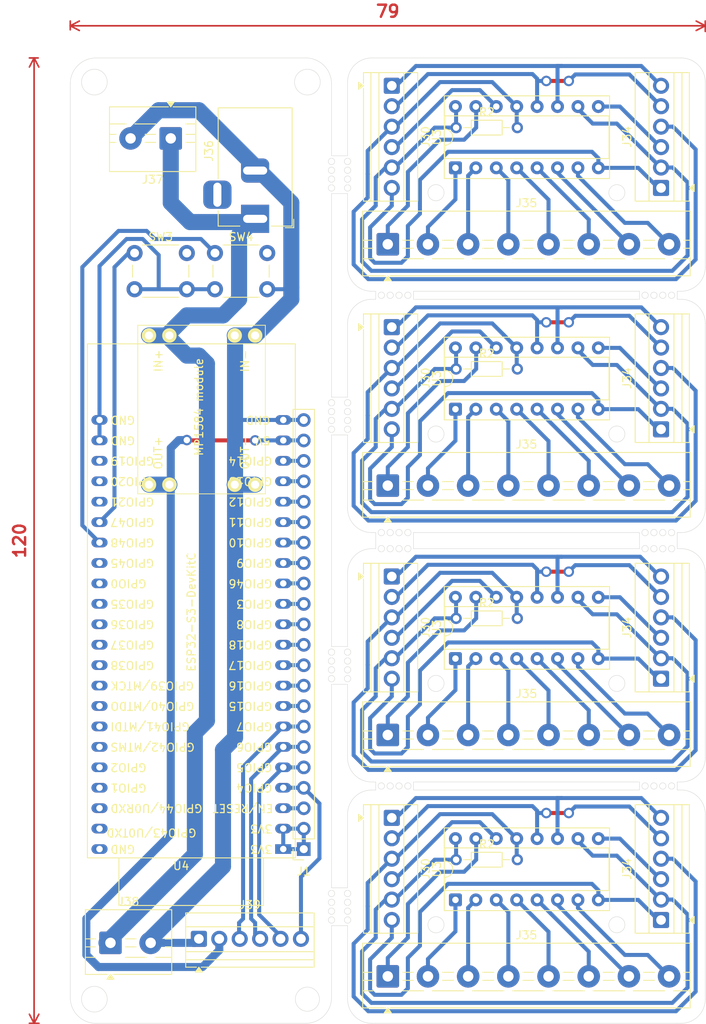
<source format=kicad_pcb>
(kicad_pcb (version 20241229) (generator "pcbnew") (generator_version "9.0")
  (layers (0 "F.Cu" signal) (2 "B.Cu" signal) (13 "F.Paste" user) (15 "B.Paste" user) (5 "F.SilkS" user "F.Silkscreen") (7 "B.SilkS" user "B.Silkscreen") (1 "F.Mask" user) (3 "B.Mask" user) (25 "Edge.Cuts" user))
  (net 0 "")
  (net 1 "+3V3")
  (net 2 "GND")
  (net 3 "+5V")
  (net 4 "+12V")
  (net 5 "/Shift Register/CLOCK")
  (net 6 "/Shift Register/LATCH")
  (net 7 "/Shift Register/OUT_EN")
  (net 8 "/Shift Register/DATA_IN")
  (net 9 "/Shift Register/DATA_OUT")
  (net 10 "Net-(J35-Pin_7)")
  (net 11 "Net-(J35-Pin_1)")
  (net 12 "Net-(J35-Pin_3)")
  (net 13 "Net-(J35-Pin_2)")
  (net 14 "Net-(J35-Pin_6)")
  (net 15 "Net-(J35-Pin_8)")
  (net 16 "Net-(J35-Pin_4)")
  (net 17 "Net-(J35-Pin_5)")
  (net 18 "/ESP32-S3/CLOCK")
  (net 19 "/ESP32-S3/DATA")
  (net 20 "/ESP32-S3/OUT_EN")
  (net 21 "/ESP32-S3/LATCH")
  (net 22 "Net-(U4-GPIO47)")
  (net 23 "Net-(U4-GPIO48)")
  (net 28 "/ESP32-S3/11")
  (net 30 "/ESP32-S3/19")
  (net 31 "/ESP32-S3/9")
  (net 32 "/ESP32-S3/15")
  (net 33 "/ESP32-S3/17")
  (net 35 "/ESP32-S3/10")
  (net 37 "/ESP32-S3/20")
  (net 38 "/ESP32-S3/18")
  (net 40 "/ESP32-S3/16")
  (net 42 "/ESP32-S3/12")
  (net 44 "/ESP32-S3/8")
  (net 45 "/ESP32-S3/3")
  (net 50 "/ESP32-S3/14")
  (net 51 "/ESP32-S3/13")
  (footprint "TerminalBlock:TerminalBlock_Xinya_XY308-2.54-6P_1x06_P2.54mm_Horizontal" (layer "F.Cu") (at 103 139.16 90)
    (property "Reference" "J34")
    (property "Value" "Terminal_Output")
  )
  (footprint "mp1584:MP1584-Module_B22.1x16.8mm" (layer "F.Cu") (at 52.5 66.5 -90)
    (property "Reference" "U5" (hide yes))
    (property "Value" "MP1584" (hide yes))
  )
  (footprint "PCM_Espressif:ESP32-S3-DevKitC" (layer "F.Cu") (at 55.99632 130.33728 180)
    (property "Reference" "U4")
    (property "Value" "ESP32-S3-DevKitC")
  )
  (footprint "TerminalBlock:TerminalBlock_MaiXu_MX126-5.0-08P_1x08_P5.00mm" (layer "F.Cu") (at 69 85.16)
    (property "Reference" "J35")
    (property "Value" "Terminal_to_Relays")
  )
  (footprint "TerminalBlock:TerminalBlock_MaiXu_MX126-5.0-02P_1x02_P5.00mm" (layer "F.Cu") (at 34.5 142)
    (property "Reference" "J38")
    (property "Value" "Screw_Terminal_01x02")
  )
  (footprint "Resistor_THT:R_Axial_DIN0204_L3.6mm_D1.6mm_P7.62mm_Horizontal" (layer "F.Cu") (at 77.5 40.66)
    (property "Reference" "R2")
    (property "Value" "1k")
  )
  (footprint "TerminalBlock:TerminalBlock_MaiXu_MX126-5.0-08P_1x08_P5.00mm" (layer "F.Cu") (at 69 55.16)
    (property "Reference" "J35")
    (property "Value" "Terminal_to_Relays")
  )
  (footprint "TerminalBlock:TerminalBlock_Xinya_XY308-2.54-6P_1x06_P2.54mm_Horizontal" (layer "F.Cu") (at 45.5 141.5)
    (property "Reference" "J39")
    (property "Value" "Terminal_Output")
  )
  (footprint "Button_Switch_THT:SW_PUSH_6mm" (layer "F.Cu") (at 37.5 56.25)
    (property "Reference" "SW3")
    (property "Value" "SW_Push")
  )
  (footprint "TerminalBlock:TerminalBlock_Xinya_XY308-2.54-6P_1x06_P2.54mm_Horizontal" (layer "F.Cu") (at 69.5 126.46 -90)
    (property "Reference" "J30")
    (property "Value" "Terminal_Input")
  )
  (footprint "TerminalBlock:TerminalBlock_MaiXu_MX126-5.0-08P_1x08_P5.00mm" (layer "F.Cu") (at 69 116.16)
    (property "Reference" "J35")
    (property "Value" "Terminal_to_Relays")
  )
  (footprint "Button_Switch_THT:SW_PUSH_6mm" (layer "F.Cu") (at 47.5 56.25)
    (property "Reference" "SW4")
    (property "Value" "SW_Push")
  )
  (footprint "TerminalBlock:TerminalBlock_Xinya_XY308-2.54-6P_1x06_P2.54mm_Horizontal" (layer "F.Cu") (at 69.5 65.46 -90)
    (property "Reference" "J30")
    (property "Value" "Terminal_Input")
  )
  (footprint "TerminalBlock:TerminalBlock_MaiXu_MX126-5.0-08P_1x08_P5.00mm" (layer "F.Cu") (at 69 146.16)
    (property "Reference" "J35")
    (property "Value" "Terminal_to_Relays")
  )
  (footprint "Package_DIP:DIP-16_W7.62mm_Socket" (layer "F.Cu") (at 77.42 136.66 90)
    (property "Reference" "U3")
    (property "Value" "74HC595")
  )
  (footprint "TerminalBlock:TerminalBlock_Xinya_XY308-2.54-6P_1x06_P2.54mm_Horizontal" (layer "F.Cu") (at 69.5 35.46 -90)
    (property "Reference" "J30")
    (property "Value" "Terminal_Input")
  )
  (footprint "Resistor_THT:R_Axial_DIN0204_L3.6mm_D1.6mm_P7.62mm_Horizontal" (layer "F.Cu") (at 77.5 101.66)
    (property "Reference" "R2")
    (property "Value" "1k")
  )
  (footprint "Package_DIP:DIP-16_W7.62mm_Socket" (layer "F.Cu") (at 77.42 106.66 90)
    (property "Reference" "U3")
    (property "Value" "74HC595")
  )
  (footprint "Connector_PinSocket_2.54mm:PinSocket_1x22_P2.54mm_Vertical" (layer "F.Cu") (at 58.55 130.35 180)
    (property "Reference" "J1")
    (property "Value" "Conn_01x22_Pin" (hide yes))
  )
  (footprint "TerminalBlock:TerminalBlock_Xinya_XY308-2.54-6P_1x06_P2.54mm_Horizontal" (layer "F.Cu") (at 103 109.16 90)
    (property "Reference" "J34")
    (property "Value" "Terminal_Output")
  )
  (footprint "TerminalBlock:TerminalBlock_MaiXu_MX126-5.0-02P_1x02_P5.00mm" (layer "F.Cu") (at 42 42 180)
    (property "Reference" "J37")
    (property "Value" "Screw_Terminal_01x02")
  )
  (footprint "Resistor_THT:R_Axial_DIN0204_L3.6mm_D1.6mm_P7.62mm_Horizontal" (layer "F.Cu") (at 77.5 70.66)
    (property "Reference" "R2")
    (property "Value" "1k")
  )
  (footprint "Resistor_THT:R_Axial_DIN0204_L3.6mm_D1.6mm_P7.62mm_Horizontal" (layer "F.Cu") (at 77.5 131.66)
    (property "Reference" "R2")
    (property "Value" "1k")
  )
  (footprint "Connector_BarrelJack:BarrelJack_Horizontal" (layer "F.Cu") (at 52.5 52 -90)
    (property "Reference" "J36")
    (property "Value" "Barrel_Jack_MountingPin")
  )
  (footprint "TerminalBlock:TerminalBlock_Xinya_XY308-2.54-6P_1x06_P2.54mm_Horizontal" (layer "F.Cu") (at 103 48.16 90)
    (property "Reference" "J34")
    (property "Value" "Terminal_Output")
  )
  (footprint "TerminalBlock:TerminalBlock_Xinya_XY308-2.54-6P_1x06_P2.54mm_Horizontal" (layer "F.Cu") (at 103 78.16 90)
    (property "Reference" "J34")
    (property "Value" "Terminal_Output")
  )
  (footprint "TerminalBlock:TerminalBlock_Xinya_XY308-2.54-6P_1x06_P2.54mm_Horizontal" (layer "F.Cu") (at 69.5 96.46 -90)
    (property "Reference" "J30")
    (property "Value" "Terminal_Input")
  )
  (footprint "Package_DIP:DIP-16_W7.62mm_Socket" (layer "F.Cu") (at 77.42 45.66 90)
    (property "Reference" "U3")
    (property "Value" "74HC595")
  )
  (footprint "Package_DIP:DIP-16_W7.62mm_Socket" (layer "F.Cu") (at 77.42 75.66 90)
    (property "Reference" "U3")
    (property "Value" "74HC595")
  )
  (gr_circle (center 64 74.86) (end 64 74.46) (stroke (width 0.05)) (fill no) (layer "Edge.Cuts"))
  (gr_circle (center 62 139.16) (end 62 138.76) (stroke (width 0.05)) (fill no) (layer "Edge.Cuts"))
  (gr_arc (start 105.5 123) (mid 107.62132 123.87868) (end 108.5 126) (stroke (width 0.05)) (layer "Edge.Cuts"))
  (gr_circle (center 64 47.06) (end 64 46.66) (stroke (width 0.05)) (fill no) (layer "Edge.Cuts"))
  (gr_arc (start 108.5 88) (mid 107.62132 90.12132) (end 105.5 91) (stroke (width 0.05)) (layer "Edge.Cuts"))
  (gr_arc (start 32.7 152) (mid 30.437258 151.062742) (end 29.5 148.8) (stroke (width 0.05)) (layer "Edge.Cuts"))
  (gr_circle (center 64 78.16) (end 64 77.76) (stroke (width 0.05)) (fill no) (layer "Edge.Cuts"))
  (gr_line (start 64 88) (end 64 78.86) (stroke (width 0.05)) (layer "Edge.Cuts"))
  (gr_line (start 105.009902 122) (end 105.009902 123) (stroke (width 0.05)) (layer "Edge.Cuts"))
  (gr_line (start 67.5 62) (end 67 62) (stroke (width 0.05)) (layer "Edge.Cuts"))
  (gr_line (start 72.2 93) (end 72.2 91) (stroke (width 0.05)) (layer "Edge.Cuts"))
  (gr_line (start 105.009902 152) (end 67.5 152) (stroke (width 0.05)) (layer "Edge.Cuts"))
  (gr_circle (center 64 138.06) (end 64 137.66) (stroke (width 0.05)) (fill no) (layer "Edge.Cuts"))
  (gr_line (start 105.5 122) (end 105.009902 122) (stroke (width 0.05)) (layer "Edge.Cuts"))
  (gr_line (start 67.5 152) (end 67 152) (stroke (width 0.05)) (layer "Edge.Cuts"))
  (gr_circle (center 75 109.75) (end 74 109.850781) (stroke (width 0.05)) (fill no) (layer "Edge.Cuts"))
  (gr_circle (center 103.209902 91) (end 102.809902 91) (stroke (width 0.05)) (fill no) (layer "Edge.Cuts"))
  (gr_arc (start 64 65) (mid 64.87868 62.87868) (end 67 62) (stroke (width 0.05)) (layer "Edge.Cuts"))
  (gr_line (start 100.309902 91) (end 72.2 91) (stroke (width 0.05)) (layer "Edge.Cuts"))
  (gr_line (start 62 44.16) (end 64 44.16) (stroke (width 0.05)) (layer "Edge.Cuts"))
  (gr_line (start 100.309902 61) (end 100.309902 62) (stroke (width 0.05)) (layer "Edge.Cuts"))
  (gr_line (start 108.5 65) (end 108.5 88) (stroke (width 0.05)) (layer "Edge.Cuts"))
  (gr_line (start 100.309902 122) (end 100.309902 123) (stroke (width 0.05)) (layer "Edge.Cuts"))
  (gr_circle (center 62 78.16) (end 62 77.76) (stroke (width 0.05)) (fill no) (layer "Edge.Cuts"))
  (gr_arc (start 62 148.8) (mid 61.062742 151.062742) (end 58.8 152) (stroke (width 0.05)) (layer "Edge.Cuts"))
  (gr_line (start 67.5 93) (end 67.5 91) (stroke (width 0.05)) (layer "Edge.Cuts"))
  (gr_line (start 105.009902 61) (end 105.009902 62) (stroke (width 0.05)) (layer "Edge.Cuts"))
  (gr_line (start 100.309902 122) (end 72.2 122) (stroke (width 0.05)) (layer "Edge.Cuts"))
  (gr_circle (center 102.109902 93) (end 101.709902 93) (stroke (width 0.05)) (fill no) (layer "Edge.Cuts"))
  (gr_circle (center 71.5 91) (end 71.1 91) (stroke (width 0.05)) (fill no) (layer "Edge.Cuts"))
  (gr_circle (center 32.5 149) (end 32.5 147.4) (stroke (width 0.05)) (fill no) (layer "Edge.Cuts"))
  (gr_circle (center 64 45.96) (end 64 45.56) (stroke (width 0.05)) (fill no) (layer "Edge.Cuts"))
  (gr_line (start 105.009902 93) (end 105.009902 91) (stroke (width 0.05)) (layer "Edge.Cuts"))
  (gr_line (start 62 78.86) (end 64 78.86) (stroke (width 0.05)) (layer "Edge.Cuts"))
  (gr_circle (center 101.009902 91) (end 100.609902 91) (stroke (width 0.05)) (fill no) (layer "Edge.Cuts"))
  (gr_circle (center 70.4 93) (end 70 93) (stroke (width 0.05)) (fill no) (layer "Edge.Cuts"))
  (gr_circle (center 70.4 61.5) (end 70.8 61.5) (stroke (width 0.05)) (fill no) (layer "Edge.Cuts"))
  (gr_line (start 62 139.86) (end 62 148.8) (stroke (width 0.05)) (layer "Edge.Cuts"))
  (gr_circle (center 102.109902 61.5) (end 102.509902 61.5) (stroke (width 0.05)) (fill no) (layer "Edge.Cuts"))
  (gr_circle (center 62 106.96) (end 62 106.56) (stroke (width 0.05)) (fill no) (layer "Edge.Cuts"))
  (gr_line (start 67 32) (end 105.5 32) (stroke (width 0.05)) (layer "Edge.Cuts"))
  (gr_circle (center 101.009902 93) (end 100.609902 93) (stroke (width 0.05)) (fill no) (layer "Edge.Cuts"))
  (gr_line (start 72.2 122) (end 72.2 123) (stroke (width 0.05)) (layer "Edge.Cuts"))
  (gr_line (start 62 105.16) (end 62 78.86) (stroke (width 0.05)) (layer "Edge.Cuts"))
  (gr_line (start 67.5 61) (end 67.5 62) (stroke (width 0.05)) (layer "Edge.Cuts"))
  (gr_circle (center 103.209902 122.5) (end 103.609902 122.5) (stroke (width 0.05)) (fill no) (layer "Edge.Cuts"))
  (gr_circle (center 104.309902 91) (end 103.909902 91) (stroke (width 0.05)) (fill no) (layer "Edge.Cuts"))
  (gr_circle (center 102.109902 91) (end 101.709902 91) (stroke (width 0.05)) (fill no) (layer "Edge.Cuts"))
  (gr_circle (center 59 149) (end 59 147.5) (stroke (width 0.05)) (fill no) (layer "Edge.Cuts"))
  (gr_line (start 67.5 61) (end 67 61) (stroke (width 0.05)) (layer "Edge.Cuts"))
  (gr_circle (center 64 75.96) (end 64 75.56) (stroke (width 0.05)) (fill no) (layer "Edge.Cuts"))
  (gr_arc (start 29.5 35.2) (mid 30.437258 32.937258) (end 32.7 32) (stroke (width 0.05)) (layer "Edge.Cuts"))
  (gr_circle (center 62 74.86) (end 62 74.46) (stroke (width 0.05)) (fill no) (layer "Edge.Cuts"))
  (gr_circle (center 104.309902 122.5) (end 104.709902 122.5) (stroke (width 0.05)) (fill no) (layer "Edge.Cuts"))
  (gr_line (start 64 149) (end 64 139.86) (stroke (width 0.05)) (layer "Edge.Cuts"))
  (gr_line (start 72.2 62) (end 100.309902 62) (stroke (width 0.05)) (layer "Edge.Cuts"))
  (gr_line (start 62 109.86) (end 64 109.86) (stroke (width 0.05)) (layer "Edge.Cuts"))
  (gr_circle (center 64 139.16) (end 64 138.76) (stroke (width 0.05)) (fill no) (layer "Edge.Cuts"))
  (gr_line (start 105.5 91) (end 105.009902 91) (stroke (width 0.05)) (layer "Edge.Cuts"))
  (gr_circle (center 62 108.06) (end 62 107.66) (stroke (width 0.05)) (fill no) (layer "Edge.Cuts"))
  (gr_line (start 105.5 152) (end 105.009902 152) (stroke (width 0.05)) (layer "Edge.Cuts"))
  (gr_line (start 62 109.86) (end 62 135.16) (stroke (width 0.05)) (layer "Edge.Cuts"))
  (gr_circle (center 64 136.96) (end 64 136.56) (stroke (width 0.05)) (fill no) (layer "Edge.Cuts"))
  (gr_line (start 64 119) (end 64 109.86) (stroke (width 0.05)) (layer "Edge.Cuts"))
  (gr_line (start 62 48.86) (end 64 48.86) (stroke (width 0.05)) (layer "Edge.Cuts"))
  (gr_circle (center 71.5 61.5) (end 71.9 61.5) (stroke (width 0.05)) (fill no) (layer "Edge.Cuts"))
  (gr_circle (center 62 45.96) (end 62 45.56) (stroke (width 0.05)) (fill no) (layer "Edge.Cuts"))
  (gr_circle (center 68.2 61.5) (end 68.6 61.5) (stroke (width 0.05)) (fill no) (layer "Edge.Cuts"))
  (gr_arc (start 108.5 119) (mid 107.62132 121.12132) (end 105.5 122) (stroke (width 0.05)) (layer "Edge.Cuts"))
  (gr_line (start 32.7 32) (end 58.8 32) (stroke (width 0.05)) (layer "Edge.Cuts"))
  (gr_arc (start 108.5 149) (mid 107.62132 151.12132) (end 105.5 152) (stroke (width 0.05)) (layer "Edge.Cuts"))
  (gr_circle (center 69.3 91) (end 68.9 91) (stroke (width 0.05)) (fill no) (layer "Edge.Cuts"))
  (gr_line (start 67.5 93) (end 67 93) (stroke (width 0.05)) (layer "Edge.Cuts"))
  (gr_circle (center 71.5 93) (end 71.1 93) (stroke (width 0.05)) (fill no) (layer "Edge.Cuts"))
  (gr_line (start 64 96) (end 64 105.16) (stroke (width 0.05)) (layer "Edge.Cuts"))
  (gr_circle (center 97.5 139.75) (end 96.5 139.75) (stroke (width 0.05)) (fill no) (layer "Edge.Cuts"))
  (gr_circle (center 68.2 91) (end 67.8 91) (stroke (width 0.05)) (fill no) (layer "Edge.Cuts"))
  (gr_circle (center 68.2 122.5) (end 68.6 122.5) (stroke (width 0.05)) (fill no) (layer "Edge.Cuts"))
  (gr_arc (start 64 96) (mid 64.87868 93.87868) (end 67 93) (stroke (width 0.05)) (layer "Edge.Cuts"))
  (gr_arc (start 64 126) (mid 64.87868 123.87868) (end 67 123) (stroke (width 0.05)) (layer "Edge.Cuts"))
  (gr_arc (start 105.5 93) (mid 107.62132 93.87868) (end 108.5 96) (stroke (width 0.05)) (layer "Edge.Cuts"))
  (gr_line (start 62 44.16) (end 62 35.2) (stroke (width 0.05)) (layer "Edge.Cuts"))
  (gr_circle (center 59 35) (end 59 33.4) (stroke (width 0.05)) (fill no) (layer "Edge.Cuts"))
  (gr_circle (center 64 48.16) (end 64 47.76) (stroke (width 0.05)) (fill no) (layer "Edge.Cuts"))
  (gr_circle (center 64 135.86) (end 64 135.46) (stroke (width 0.05)) (fill no) (layer "Edge.Cuts"))
  (gr_line (start 72.2 93) (end 100.309902 93) (stroke (width 0.05)) (layer "Edge.Cuts"))
  (gr_line (start 72.2 61) (end 72.2 62) (stroke (width 0.05)) (layer "Edge.Cuts"))
  (gr_circle (center 62 109.16) (end 62 108.76) (stroke (width 0.05)) (fill no) (layer "Edge.Cuts"))
  (gr_circle (center 62 75.96) (end 62 75.56) (stroke (width 0.05)) (fill no) (layer "Edge.Cuts"))
  (gr_line (start 105.5 61) (end 105.009902 61) (stroke (width 0.05)) (layer "Edge.Cuts"))
  (gr_line (start 72.2 123) (end 100.309902 123) (stroke (width 0.05)) (layer "Edge.Cuts"))
  (gr_line (start 105.5 123) (end 105.009902 123) (stroke (width 0.05)) (layer "Edge.Cuts"))
  (gr_arc (start 67 122) (mid 64.87868 121.12132) (end 64 119) (stroke (width 0.05)) (layer "Edge.Cuts"))
  (gr_circle (center 102.109902 122.5) (end 102.509902 122.5) (stroke (width 0.05)) (fill no) (layer "Edge.Cuts"))
  (gr_line (start 108.5 96) (end 108.5 119) (stroke (width 0.05)) (layer "Edge.Cuts"))
  (gr_circle (center 62 136.96) (end 62 136.56) (stroke (width 0.05)) (fill no) (layer "Edge.Cuts"))
  (gr_circle (center 71.5 122.5) (end 71.9 122.5) (stroke (width 0.05)) (fill no) (layer "Edge.Cuts"))
  (gr_circle (center 101.009902 122.5) (end 101.409902 122.5) (stroke (width 0.05)) (fill no) (layer "Edge.Cuts"))
  (gr_line (start 100.309902 61) (end 72.2 61) (stroke (width 0.05)) (layer "Edge.Cuts"))
  (gr_circle (center 75 48.75) (end 74 48.850781) (stroke (width 0.05)) (fill no) (layer "Edge.Cuts"))
  (gr_line (start 67.5 122) (end 67 122) (stroke (width 0.05)) (layer "Edge.Cuts"))
  (gr_line (start 67.5 91) (end 67 91) (stroke (width 0.05)) (layer "Edge.Cuts"))
  (gr_circle (center 97.5 78.75) (end 96.5 78.75) (stroke (width 0.05)) (fill no) (layer "Edge.Cuts"))
  (gr_arc (start 64 35) (mid 64.87868 32.87868) (end 67 32) (stroke (width 0.05)) (layer "Edge.Cuts"))
  (gr_circle (center 68.2 93) (end 67.8 93) (stroke (width 0.05)) (fill no) (layer "Edge.Cuts"))
  (gr_circle (center 69.3 122.5) (end 69.7 122.5) (stroke (width 0.05)) (fill no) (layer "Edge.Cuts"))
  (gr_circle (center 75 139.75) (end 74 139.850781) (stroke (width 0.05)) (fill no) (layer "Edge.Cuts"))
  (gr_circle (center 62 47.06) (end 62 46.66) (stroke (width 0.05)) (fill no) (layer "Edge.Cuts"))
  (gr_arc (start 67 61) (mid 64.87868 60.12132) (end 64 58) (stroke (width 0.05)) (layer "Edge.Cuts"))
  (gr_line (start 29.5 148.8) (end 29.5 35.2) (stroke (width 0.05)) (layer "Edge.Cuts"))
  (gr_line (start 105.5 93) (end 105.009902 93) (stroke (width 0.05)) (layer "Edge.Cuts"))
  (gr_circle (center 103.209902 61.5) (end 103.609902 61.5) (stroke (width 0.05)) (fill no) (layer "Edge.Cuts"))
  (gr_circle (center 64 44.86) (end 64 44.46) (stroke (width 0.05)) (fill no) (layer "Edge.Cuts"))
  (gr_arc (start 67 91) (mid 64.87868 90.12132) (end 64 88) (stroke (width 0.05)) (layer "Edge.Cuts"))
  (gr_line (start 62 105.16) (end 64 105.16) (stroke (width 0.05)) (layer "Edge.Cuts"))
  (gr_line (start 64 65) (end 64 74.16) (stroke (width 0.05)) (layer "Edge.Cuts"))
  (gr_line (start 108.5 126) (end 108.5 149) (stroke (width 0.05)) (layer "Edge.Cuts"))
  (gr_line (start 67.5 123) (end 67 123) (stroke (width 0.05)) (layer "Edge.Cuts"))
  (gr_circle (center 62 44.86) (end 62 44.46) (stroke (width 0.05)) (fill no) (layer "Edge.Cuts"))
  (gr_line (start 62 74.16) (end 62 48.86) (stroke (width 0.05)) (layer "Edge.Cuts"))
  (gr_circle (center 62 138.06) (end 62 137.66) (stroke (width 0.05)) (fill no) (layer "Edge.Cuts"))
  (gr_circle (center 62 135.86) (end 62 135.46) (stroke (width 0.05)) (fill no) (layer "Edge.Cuts"))
  (gr_circle (center 70.4 122.5) (end 70.8 122.5) (stroke (width 0.05)) (fill no) (layer "Edge.Cuts"))
  (gr_arc (start 58.8 32) (mid 61.062742 32.937258) (end 62 35.2) (stroke (width 0.05)) (layer "Edge.Cuts"))
  (gr_circle (center 62 48.16) (end 62 47.76) (stroke (width 0.05)) (fill no) (layer "Edge.Cuts"))
  (gr_circle (center 69.3 93) (end 68.9 93) (stroke (width 0.05)) (fill no) (layer "Edge.Cuts"))
  (gr_line (start 62 139.86) (end 64 139.86) (stroke (width 0.05)) (layer "Edge.Cuts"))
  (gr_circle (center 62 77.06) (end 62 76.66) (stroke (width 0.05)) (fill no) (layer "Edge.Cuts"))
  (gr_circle (center 97.5 48.75) (end 96.5 48.75) (stroke (width 0.05)) (fill no) (layer "Edge.Cuts"))
  (gr_arc (start 67 152) (mid 64.87868 151.12132) (end 64 149) (stroke (width 0.05)) (layer "Edge.Cuts"))
  (gr_line (start 62 74.16) (end 64 74.16) (stroke (width 0.05)) (layer "Edge.Cuts"))
  (gr_circle (center 97.5 109.75) (end 96.5 109.75) (stroke (width 0.05)) (fill no) (layer "Edge.Cuts"))
  (gr_arc (start 105.5 62) (mid 107.62132 62.87868) (end 108.5 65) (stroke (width 0.05)) (layer "Edge.Cuts"))
  (gr_line (start 108.5 35) (end 108.5 58) (stroke (width 0.05)) (layer "Edge.Cuts"))
  (gr_line (start 64 35) (end 64 44.16) (stroke (width 0.05)) (layer "Edge.Cuts"))
  (gr_circle (center 101.009902 61.5) (end 101.409902 61.5) (stroke (width 0.05)) (fill no) (layer "Edge.Cuts"))
  (gr_line (start 67.5 122) (end 67.5 123) (stroke (width 0.05)) (layer "Edge.Cuts"))
  (gr_circle (center 32.5 35) (end 32.5 33.4) (stroke (width 0.05)) (fill no) (layer "Edge.Cuts"))
  (gr_circle (center 64 105.86) (end 64 105.46) (stroke (width 0.05)) (fill no) (layer "Edge.Cuts"))
  (gr_arc (start 105.5 32) (mid 107.62132 32.87868) (end 108.5 35) (stroke (width 0.05)) (layer "Edge.Cuts"))
  (gr_line (start 58.8 152) (end 32.7 152) (stroke (width 0.05)) (layer "Edge.Cuts"))
  (gr_circle (center 64 109.16) (end 64 108.76) (stroke (width 0.05)) (fill no) (layer "Edge.Cuts"))
  (gr_circle (center 104.309902 61.5) (end 104.709902 61.5) (stroke (width 0.05)) (fill no) (layer "Edge.Cuts"))
  (gr_circle (center 62 105.86) (end 62 105.46) (stroke (width 0.05)) (fill no) (layer "Edge.Cuts"))
  (gr_arc (start 108.5 58) (mid 107.62132 60.12132) (end 105.5 61) (stroke (width 0.05)) (layer "Edge.Cuts"))
  (gr_line (start 62 135.16) (end 64 135.16) (stroke (width 0.05)) (layer "Edge.Cuts"))
  (gr_circle (center 64 77.06) (end 64 76.66) (stroke (width 0.05)) (fill no) (layer "Edge.Cuts"))
  (gr_circle (center 75 78.75) (end 74 78.850781) (stroke (width 0.05)) (fill no) (layer "Edge.Cuts"))
  (gr_line (start 64 126) (end 64 135.16) (stroke (width 0.05)) (layer "Edge.Cuts"))
  (gr_circle (center 103.209902 93) (end 102.809902 93) (stroke (width 0.05)) (fill no) (layer "Edge.Cuts"))
  (gr_circle (center 70.4 91) (end 70 91) (stroke (width 0.05)) (fill no) (layer "Edge.Cuts"))
  (gr_line (start 105.5 62) (end 105.009902 62) (stroke (width 0.05)) (layer "Edge.Cuts"))
  (gr_circle (center 64 108.06) (end 64 107.66) (stroke (width 0.05)) (fill no) (layer "Edge.Cuts"))
  (gr_line (start 100.309902 93) (end 100.309902 91) (stroke (width 0.05)) (layer "Edge.Cuts"))
  (gr_circle (center 69.3 61.5) (end 69.7 61.5) (stroke (width 0.05)) (fill no) (layer "Edge.Cuts"))
  (gr_circle (center 104.309902 93) (end 103.909902 93) (stroke (width 0.05)) (fill no) (layer "Edge.Cuts"))
  (gr_circle (center 64 106.96) (end 64 106.56) (stroke (width 0.05)) (fill no) (layer "Edge.Cuts"))
  (gr_line (start 64 58) (end 64 48.86) (stroke (width 0.05)) (layer "Edge.Cuts"))
  (dimension (type orthogonal) (layer "F.Cu") (pts (xy 29.5 29) (xy 108.5 29.2)) (height -1) (orientation 0) (format (prefix "") (suffix "") (units 3) (units_format 0) (precision 4) (suppress_zeroes yes)) (style (thickness 0.2) (arrow_length 1.27) (text_position_mode 0) (arrow_direction outward) (extension_height 0.58642) (extension_offset 0.5) (keep_text_aligned yes)) (gr_text "79" (at 69 26.2 0) (layer "F.Cu") (effects (font (size 1.5 1.5) (thickness 0.3)))))
  (dimension (type orthogonal) (layer "F.Cu") (pts (xy 26 32) (xy 26.1 152)) (height -1) (orientation 1) (format (prefix "") (suffix "") (units 3) (units_format 0) (precision 4) (suppress_zeroes yes)) (style (thickness 0.2) (arrow_length 1.27) (text_position_mode 0) (arrow_direction outward) (extension_height 0.58642) (extension_offset 0.5) (keep_text_aligned yes)) (gr_text "120" (at 23.2 92 90) (layer "F.Cu") (effects (font (size 1.5 1.5) (thickness 0.3)))))
  (segment (start 58.55 130.35) (end 56.00904 130.35) (width 0.5) (layer "B.Cu") (net 1))
  (segment (start 55.99632 127.79728) (end 58.53728 127.79728) (width 0.5) (layer "B.Cu") (net 1))
  (segment (start 55.99632 130.33728) (end 55.99632 127.79728) (width 0.5) (layer "B.Cu") (net 1))
  (segment (start 58.53728 127.79728) (end 58.55 127.81) (width 0.5) (layer "B.Cu") (net 1))
  (segment (start 58.55 127.81) (end 58.55 130.35) (width 0.5) (layer "B.Cu") (net 1))
  (segment (start 56.00904 130.35) (end 55.99632 130.33728) (width 0.5) (layer "B.Cu") (net 1))
  (segment (start 67.373628 118.458) (end 70.702 118.458) (width 0.5) (layer "B.Cu") (net 2))
  (segment (start 102.66 48.16) (end 103 48.16) (width 0.5) (layer "B.Cu") (net 2))
  (segment (start 71.5 117.66) (end 71.5 113.86) (width 0.5) (layer "B.Cu") (net 2))
  (segment (start 100.16 45.66) (end 102.66 48.16) (width 0.5) (layer "B.Cu") (net 2))
  (segment (start 66.801 53.059) (end 66.801 56.885372) (width 0.5) (layer "B.Cu") (net 2))
  (segment (start 67.373628 148.458) (end 70.702 148.458) (width 0.5) (layer "B.Cu") (net 2))
  (segment (start 69.5 111.36) (end 66.801 114.059) (width 0.5) (layer "B.Cu") (net 2))
  (segment (start 40.5 38.5) (end 37 42) (width 2) (layer "B.Cu") (net 2))
  (segment (start 45.5 38.5) (end 40.5 38.5) (width 2) (layer "B.Cu") (net 2))
  (segment (start 36.5 54.5) (end 38.5 54.5) (width 0.5) (layer "B.Cu") (net 2))
  (segment (start 69.5 48.16) (end 69.5 50.36) (width 0.5) (layer "B.Cu") (net 2))
  (segment (start 37.5 60.75) (end 40.5 60.75) (width 0.5) (layer "B.Cu") (net 2))
  (segment (start 49.96 85.042) (end 50 85.082) (width 2) (layer "B.Cu") (net 2))
  (segment (start 66.801 56.885372) (end 67.373628 57.458) (width 0.5) (layer "B.Cu") (net 2))
  (segment (start 73 47.16) (end 76.5 43.66) (width 0.5) (layer "B.Cu") (net 2))
  (segment (start 71.5 143.86) (end 73 142.36) (width 0.5) (layer "B.Cu") (net 2))
  (segment (start 40.5 56.5) (end 40.5 60.75) (width 0.5) (layer "B.Cu") (net 2))
  (segment (start 57 62) (end 57 60.5) (width 2) (layer "B.Cu") (net 2))
  (segment (start 71.5 52.86) (end 73 51.36) (width 0.5) (layer "B.Cu") (net 2))
  (segment (start 39.5 142) (end 45 142) (width 1) (layer "B.Cu") (net 2))
  (segment (start 69.5 78.16) (end 69.5 80.36) (width 0.5) (layer "B.Cu") (net 2))
  (segment (start 102.66 78.16) (end 103 78.16) (width 0.5) (layer "B.Cu") (net 2))
  (segment (start 49.96 66.5) (end 50 66.54) (width 2) (layer "B.Cu") (net 2))
  (segment (start 94.4 104.66) (end 95.2 105.46) (width 0.5) (layer "B.Cu") (net 2))
  (segment (start 94.4 73.66) (end 95.2 74.46) (width 0.5) (layer "B.Cu") (net 2))
  (segment (start 73 77.16) (end 76.5 73.66) (width 0.5) (layer "B.Cu") (net 2))
  (segment (start 73 138.16) (end 76.5 134.66) (width 0.5) (layer "B.Cu") (net 2))
  (segment (start 50 85.002) (end 49.96 85.042) (width 2) (layer "B.Cu") (net 2))
  (segment (start 73 81.36) (end 73 77.16) (width 0.5) (layer "B.Cu") (net 2))
  (segment (start 70.702 118.458) (end 71.5 117.66) (width 0.5) (layer "B.Cu") (net 2))
  (segment (start 100.16 75.66) (end 102.66 78.16) (width 0.5) (layer "B.Cu") (net 2))
  (segment (start 73 108.16) (end 76.5 104.66) (width 0.5) (layer "B.Cu") (net 2))
  (segment (start 33.13632 76.99728) (end 33.13632 57.86368) (width 0.5) (layer "B.Cu") (net 2))
  (segment (start 95.2 75.66) (end 100.16 75.66) (width 0.5) (layer "B.Cu") (net 2))
  (segment (start 69.5 139.16) (end 69.5 141.36) (width 0.5) (layer "B.Cu") (net 2))
  (segment (start 100.16 136.66) (end 102.66 139.16) (width 0.5) (layer "B.Cu") (net 2))
  (segment (start 49.96 85.042) (end 52.5 85.042) (width 2) (layer "B.Cu") (net 2))
  (segment (start 45 142) (end 45.5 141.5) (width 1) (layer "B.Cu") (net 2))
  (segment (start 70.702 148.458) (end 71.5 147.66) (width 0.5) (layer "B.Cu") (net 2))
  (segment (start 67.373628 57.458) (end 70.702 57.458) (width 0.5) (layer "B.Cu") (net 2))
  (segment (start 73 51.36) (end 73 47.16) (width 0.5) (layer "B.Cu") (net 2))
  (segment (start 66.801 117.885372) (end 67.373628 118.458) (width 0.5) (layer "B.Cu") (net 2))
  (segment (start 56 77) (end 50 77) (width 0.5) (layer "B.Cu") (net 2))
  (segment (start 66.801 147.885372) (end 67.373628 148.458) (width 0.5) (layer "B.Cu") (net 2))
  (segment (start 69.5 50.36) (end 66.801 53.059) (width 0.5) (layer "B.Cu") (net 2))
  (segment (start 57 50) (end 45.5 38.5) (width 2) (layer "B.Cu") (net 2))
  (segment (start 76.5 104.66) (end 94.4 104.66) (width 0.5) (layer "B.Cu") (net 2))
  (segment (start 76.5 73.66) (end 94.4 73.66) (width 0.5) (layer "B.Cu") (net 2))
  (segment (start 50 66.5) (end 52.5 66.5) (width 2) (layer "B.Cu") (net 2))
  (segment (start 50 66.54) (end 50 85.002) (width 2) (layer "B.Cu") (net 2))
  (segment (start 50 85.082) (end 50 116.5) (width 2) (layer "B.Cu") (net 2))
  (segment (start 94.4 43.66) (end 95.2 44.46) (width 0.5) (layer "B.Cu") (net 2))
  (segment (start 48.5 132.5) (end 39.5 141.5) (width 2) (layer "B.Cu") (net 2))
  (segment (start 73 142.36) (end 73 138.16) (width 0.5) (layer "B.Cu") (net 2))
  (segment (start 102.66 109.16) (end 103 109.16) (width 0.5) (layer "B.Cu") (net 2))
  (segment (start 100.16 106.66) (end 102.66 109.16) (width 0.5) (layer "B.Cu") (net 2))
  (segment (start 58.449 77) (end 58.449 77.01) (width 0.5) (layer "B.Cu") (net 2))
  (segment (start 71.5 56.66) (end 71.5 52.86) (width 0.5) (layer "B.Cu") (net 2))
  (segment (start 56.75 60.75) (end 57 60.5) (width 0.5) (layer "B.Cu") (net 2))
  (segment (start 95.2 136.66) (end 100.16 136.66) (width 0.5) (layer "B.Cu") (net 2))
  (segment (start 66.801 114.059) (end 66.801 117.885372) (width 0.5) (layer "B.Cu") (net 2))
  (segment (start 54 60.75) (end 56.75 60.75) (width 0.5) (layer "B.Cu") (net 2))
  (segment (start 102.66 139.16) (end 103 139.16) (width 0.5) (layer "B.Cu") (net 2))
  (segment (start 71.5 86.66) (end 71.5 82.86) (width 0.5) (layer "B.Cu") (net 2))
  (segment (start 95.2 74.46) (end 95.2 75.66) (width 0.5) (layer "B.Cu") (net 2))
  (segment (start 94.4 134.66) (end 95.2 135.46) (width 0.5) (layer "B.Cu") (net 2))
  (segment (start 66.801 86.885372) (end 67.373628 87.458) (width 0.5) (layer "B.Cu") (net 2))
  (segment (start 69.5 80.36) (end 66.801 83.059) (width 0.5) (layer "B.Cu") (net 2))
  (segment (start 52.5 66.5) (end 57 62) (width 2) (layer "B.Cu") (net 2))
  (segment (start 76.5 43.66) (end 94.4 43.66) (width 0.5) (layer "B.Cu") (net 2))
  (segment (start 33.13632 76.99728) (end 33.13632 79.53728) (width 0.5) (layer "B.Cu") (net 2))
  (segment (start 95.2 44.46) (end 95.2 45.66) (width 0.5) (layer "B.Cu") (net 2))
  (segment (start 56 77) (end 58.449 77) (width 0.5) (layer "B.Cu") (net 2))
  (segment (start 76.5 134.66) (end 94.4 134.66) (width 0.5) (layer "B.Cu") (net 2))
  (segment (start 69.5 141.36) (end 66.801 144.059) (width 0.5) (layer "B.Cu") (net 2))
  (segment (start 70.702 87.458) (end 71.5 86.66) (width 0.5) (layer "B.Cu") (net 2))
  (segment (start 69.5 109.16) (end 69.5 111.36) (width 0.5) (layer "B.Cu") (net 2))
  (segment (start 50 116.5) (end 48.5 118) (width 2) (layer "B.Cu") (net 2))
  (segment (start 33.13632 57.86368) (end 36.5 54.5) (width 0.5) (layer "B.Cu") (net 2))
  (segment (start 40.5 60.75) (end 47.5 60.75) (width 0.5) (layer "B.Cu") (net 2))
  (segment (start 95.2 106.66) (end 100.16 106.66) (width 0.5) (layer "B.Cu") (net 2))
  (segment (start 71.5 113.86) (end 73 112.36) (width 0.5) (layer "B.Cu") (net 2))
  (segment (start 57 60.5) (end 57 50) (width 2) (layer "B.Cu") (net 2))
  (segment (start 66.801 83.059) (end 66.801 86.885372) (width 0.5) (layer "B.Cu") (net 2))
  (segment (start 66.801 144.059) (end 66.801 147.885372) (width 0.5) (layer "B.Cu") (net 2))
  (segment (start 95.2 135.46) (end 95.2 136.66) (width 0.5) (layer "B.Cu") (net 2))
  (segment (start 71.5 147.66) (end 71.5 143.86) (width 0.5) (layer "B.Cu") (net 2))
  (segment (start 73 112.36) (end 73 108.16) (width 0.5) (layer "B.Cu") (net 2))
  (segment (start 70.702 57.458) (end 71.5 56.66) (width 0.5) (layer "B.Cu") (net 2))
  (segment (start 71.5 82.86) (end 73 81.36) (width 0.5) (layer "B.Cu") (net 2))
  (segment (start 95.2 105.46) (end 95.2 106.66) (width 0.5) (layer "B.Cu") (net 2))
  (segment (start 48.5 118) (end 48.5 132.5) (width 2) (layer "B.Cu") (net 2))
  (segment (start 38.5 54.5) (end 40.5 56.5) (width 0.5) (layer "B.Cu") (net 2))
  (segment (start 67.373628 87.458) (end 70.702 87.458) (width 0.5) (layer "B.Cu") (net 2))
  (segment (start 95.2 45.66) (end 100.16 45.66) (width 0.5) (layer "B.Cu") (net 2))
  (segment (start 52.5 79.54) (end 44.04 79.54) (width 0.5) (layer "F.Cu") (net 3))
  (segment (start 44.04 79.54) (end 44 79.5) (width 0.5) (layer "F.Cu") (net 3))
  (via (at 52.5 79.54) (size 1.3) (drill 0.8) (layers "F.Cu" "B.Cu") (net 3))
  (via (at 44 79.5) (size 1.3) (drill 0.8) (layers "F.Cu" "B.Cu") (net 3))
  (segment (start 42 84.874) (end 41.832 85.042) (width 1) (layer "B.Cu") (net 3))
  (segment (start 44 79.5) (end 43 79.5) (width 1) (layer "B.Cu") (net 3))
  (segment (start 42 80.5) (end 42 84.874) (width 1) (layer "B.Cu") (net 3))
  (segment (start 69.5 106.62) (end 68.74 106.62) (width 0.5) (layer "B.Cu") (net 3))
  (segment (start 92.66 99.32) (end 92.66 99.04) (width 0.5) (layer "B.Cu") (net 3))
  (segment (start 97.5 70.16) (end 94.5 70.16) (width 0.5) (layer "B.Cu") (net 3))
  (segment (start 67.5 80.36) (end 65.8 82.06) (width 0.5) (layer "B.Cu") (net 3))
  (segment (start 31.5 139) (end 31.5 143.5) (width 1) (layer "B.Cu") (net 3))
  (segment (start 106.299 138.4565) (end 104.4625 136.62) (width 0.5) (layer "B.Cu") (net 3))
  (segment (start 48.04 142.914213) (end 48.04 141.5) (width 1) (layer "B.Cu") (net 3))
  (segment (start 65.8 87.3) (end 66.959 88.459) (width 0.5) (layer "B.Cu") (net 3))
  (segment (start 69.88 45.62) (end 74.84 40.66) (width 0.5) (layer "B.Cu") (net 3))
  (segment (start 103 106.62) (end 102.96 106.62) (width 0.5) (layer "B.Cu") (net 3))
  (segment (start 69.5 106.62) (end 69.88 106.62) (width 0.5) (layer "B.Cu") (net 3))
  (segment (start 69.88 136.62) (end 74.84 131.66) (width 0.5) (layer "B.Cu") (net 3))
  (segment (start 77.5 40.66) (end 77.5 38.12) (width 0.5) (layer "B.Cu") (net 3))
  (segment (start 97.5 131.16) (end 94.5 131.16) (width 0.5) (layer "B.Cu") (net 3))
  (segment (start 66.959 58.459) (end 104.401 58.459) (width 0.5) (layer "B.Cu") (net 3))
  (segment (start 104.4625 136.62) (end 103 136.62) (width 0.5) (layer "B.Cu") (net 3))
  (segment (start 42 85.21) (end 42 128.5) (width 1) (layer "B.Cu") (net 3))
  (segment (start 65.8 118.3) (end 66.959 119.459) (width 0.5) (layer "B.Cu") (net 3))
  (segment (start 92.66 68.32) (end 92.66 68.04) (width 0.5) (layer "B.Cu") (net 3))
  (segment (start 97.5 101.16) (end 94.5 101.16) (width 0.5) (layer "B.Cu") (net 3))
  (segment (start 41.832 85.042) (end 42 85.21) (width 1) (layer "B.Cu") (net 3))
  (segment (start 104.401 149.459) (end 106.299 147.561) (width 0.5) (layer "B.Cu") (net 3))
  (segment (start 65.8 82.06) (end 65.8 87.3) (width 0.5) (layer "B.Cu") (net 3))
  (segment (start 94.5 40.16) (end 92.66 38.32) (width 0.5) (layer "B.Cu") (net 3))
  (segment (start 66.959 88.459) (end 104.401 88.459) (width 0.5) (layer "B.Cu") (net 3))
  (segment (start 104.4625 75.62) (end 103 75.62) (width 0.5) (layer "B.Cu") (net 3))
  (segment (start 67.5 137.86) (end 67.5 141.36) (width 0.5) (layer "B.Cu") (net 3))
  (segment (start 104.4625 45.62) (end 103 45.62) (width 0.5) (layer "B.Cu") (net 3))
  (segment (start 104.4625 106.62) (end 103 106.62) (width 0.5) (layer "B.Cu") (net 3))
  (segment (start 74.84 131.66) (end 77.5 131.66) (width 0.5) (layer "B.Cu") (net 3))
  (segment (start 104.401 119.459) (end 106.299 117.561) (width 0.5) (layer "B.Cu") (net 3))
  (segment (start 103 45.62) (end 102.96 45.62) (width 0.5) (layer "B.Cu") (net 3))
  (segment (start 77.5 70.66) (end 77.5 68.12) (width 0.5) (layer "B.Cu") (net 3))
  (segment (start 94.5 70.16) (end 92.66 68.32) (width 0.5) (layer "B.Cu") (net 3))
  (segment (start 102.96 136.62) (end 97.5 131.16) (width 0.5) (layer "B.Cu") (net 3))
  (segment (start 68.74 75.62) (end 67.5 76.86) (width 0.5) (layer "B.Cu") (net 3))
  (segment (start 69.5 45.62) (end 69.88 45.62) (width 0.5) (layer "B.Cu") (net 3))
  (segment (start 69.88 75.62) (end 74.84 70.66) (width 0.5) (layer "B.Cu") (net 3))
  (segment (start 56 79.54) (end 52.5 79.54) (width 0.5) (layer "B.Cu") (net 3))
  (segment (start 77.5 131.66) (end 77.5 129.12) (width 0.5) (layer "B.Cu") (net 3))
  (segment (start 106.299 147.561) (end 106.299 138.4565) (width 0.5) (layer "B.Cu") (net 3))
  (segment (start 67.5 141.36) (end 65.8 143.06) (width 0.5) (layer "B.Cu") (net 3))
  (segment (start 77.5 129.12) (end 77.42 129.04) (width 0.5) (layer "B.Cu") (net 3))
  (segment (start 65.8 148.3) (end 66.959 149.459) (width 0.5) (layer "B.Cu") (net 3))
  (segment (start 102.96 45.62) (end 97.5 40.16) (width 0.5) (layer "B.Cu") (net 3))
  (segment (start 102.96 75.62) (end 97.5 70.16) (width 0.5) (layer "B.Cu") (net 3))
  (segment (start 69.5 136.62) (end 68.74 136.62) (width 0.5) (layer "B.Cu") (net 3))
  (segment (start 69.5 75.62) (end 69.88 75.62) (width 0.5) (layer "B.Cu") (net 3))
  (segment (start 106.299 117.561) (end 106.299 108.4565) (width 0.5) (layer "B.Cu") (net 3))
  (segment (start 45.954213 145) (end 48.04 142.914213) (width 1) (layer "B.Cu") (net 3))
  (segment (start 69.88 106.62) (end 74.84 101.66) (width 0.5) (layer "B.Cu") (net 3))
  (segment (start 67.5 50.36) (end 65.8 52.06) (width 0.5) (layer "B.Cu") (net 3))
  (segment (start 94.5 101.16) (end 92.66 99.32) (width 0.5) (layer "B.Cu") (net 3))
  (segment (start 41.832 85.042) (end 39.292 85.042) (width 2) (layer "B.Cu") (net 3))
  (segment (start 58.54 79.54) (end 58.55 79.55) (width 0.5) (layer "B.Cu") (net 3))
  (segment (start 77.5 68.12) (end 77.42 68.04) (width 0.5) (layer "B.Cu") (net 3))
  (segment (start 104.401 88.459) (end 106.299 86.561) (width 0.5) (layer "B.Cu") (net 3))
  (segment (start 77.5 99.12) (end 77.42 99.04) (width 0.5) (layer "B.Cu") (net 3))
  (segment (start 106.299 47.4565) (end 104.4625 45.62) (width 0.5) (layer "B.Cu") (net 3))
  (segment (start 69.5 45.62) (end 68.74 45.62) (width 0.5) (layer "B.Cu") (net 3))
  (segment (start 68.74 106.62) (end 67.5 107.86) (width 0.5) (layer "B.Cu") (net 3))
  (segment (start 103 136.62) (end 102.96 136.62) (width 0.5) (layer "B.Cu") (net 3))
  (segment (start 103 75.62) (end 102.96 75.62) (width 0.5) (layer "B.Cu") (net 3))
  (segment (start 97.5 40.16) (end 94.5 40.16) (width 0.5) (layer "B.Cu") (net 3))
  (segment (start 67.5 76.86) (end 67.5 80.36) (width 0.5) (layer "B.Cu") (net 3))
  (segment (start 65.8 113.06) (end 65.8 118.3) (width 0.5) (layer "B.Cu") (net 3))
  (segment (start 31.5 143.5) (end 33 145) (width 1) (layer "B.Cu") (net 3))
  (segment (start 67.5 107.86) (end 67.5 111.36) (width 0.5) (layer "B.Cu") (net 3))
  (segment (start 65.8 52.06) (end 65.8 57.3) (width 0.5) (layer "B.Cu") (net 3))
  (segment (start 92.66 129.32) (end 92.66 129.04) (width 0.5) (layer "B.Cu") (net 3))
  (segment (start 65.8 143.06) (end 65.8 148.3) (width 0.5) (layer "B.Cu") (net 3))
  (segment (start 69.5 75.62) (end 68.74 75.62) (width 0.5) (layer "B.Cu") (net 3))
  (segment (start 104.401 58.459) (end 106.299 56.561) (width 0.5) (layer "B.Cu") (net 3))
  (segment (start 66.959 119.459) (end 104.401 119.459) (width 0.5) (layer "B.Cu") (net 3))
  (segment (start 69.5 136.62) (end 69.88 136.62) (width 0.5) (layer "B.Cu") (net 3))
  (segment (start 68.74 136.62) (end 67.5 137.86) (width 0.5) (layer "B.Cu") (net 3))
  (segment (start 106.299 77.4565) (end 104.4625 75.62) (width 0.5) (layer "B.Cu") (net 3))
  (segment (start 65.8 57.3) (end 66.959 58.459) (width 0.5) (layer "B.Cu") (net 3))
  (segment (start 74.84 70.66) (end 77.5 70.66) (width 0.5) (layer "B.Cu") (net 3))
  (segment (start 106.299 86.561) (end 106.299 77.4565) (width 0.5) (layer "B.Cu") (net 3))
  (segment (start 42 128.5) (end 31.5 139) (width 1) (layer "B.Cu") (net 3))
  (segment (start 66.959 149.459) (end 104.401 149.459) (width 0.5) (layer "B.Cu") (net 3))
  (segment (start 74.84 101.66) (end 77.5 101.66) (width 0.5) (layer "B.Cu") (net 3))
  (segment (start 43 79.5) (end 42 80.5) (width 1) (layer "B.Cu") (net 3))
  (segment (start 77.5 38.12) (end 77.42 38.04) (width 0.5) (layer "B.Cu") (net 3))
  (segment (start 94.5 131.16) (end 92.66 129.32) (width 0.5) (layer "B.Cu") (net 3))
  (segment (start 106.299 56.561) (end 106.299 47.4565) (width 0.5) (layer "B.Cu") (net 3))
  (segment (start 56 79.54) (end 58.54 79.54) (width 0.5) (layer "B.Cu") (net 3))
  (segment (start 33 145) (end 45.954213 145) (width 1) (layer "B.Cu") (net 3))
  (segment (start 92.66 38.32) (end 92.66 38.04) (width 0.5) (layer "B.Cu") (net 3))
  (segment (start 68.74 45.62) (end 67.5 46.86) (width 0.5) (layer "B.Cu") (net 3))
  (segment (start 102.96 106.62) (end 97.5 101.16) (width 0.5) (layer "B.Cu") (net 3))
  (segment (start 74.84 40.66) (end 77.5 40.66) (width 0.5) (layer "B.Cu") (net 3))
  (segment (start 67.5 111.36) (end 65.8 113.06) (width 0.5) (layer "B.Cu") (net 3))
  (segment (start 77.5 101.66) (end 77.5 99.12) (width 0.5) (layer "B.Cu") (net 3))
  (segment (start 106.299 108.4565) (end 104.4625 106.62) (width 0.5) (layer "B.Cu") (net 3))
  (segment (start 67.5 46.86) (end 67.5 50.36) (width 0.5) (layer "B.Cu") (net 3))
  (segment (start 48.5 64) (end 44 64) (width 2) (layer "B.Cu") (net 4))
  (segment (start 52.5 52) (end 50.5 54) (width 2) (layer "B.Cu") (net 4))
  (segment (start 44 64) (end 41.832 66.168) (width 2) (layer "B.Cu") (net 4))
  (segment (start 41.832 66.5) (end 41.832 66.832) (width 2) (layer "B.Cu") (net 4))
  (segment (start 45.5 69) (end 46.5 70) (width 2) (layer "B.Cu") (net 4))
  (segment (start 52.1 52.4) (end 44.4 52.4) (width 2) (layer "B.Cu") (net 4))
  (segment (start 45 131) (end 34 142) (width 2) (layer "B.Cu") (net 4))
  (segment (start 41.832 66.168) (end 41.832 66.5) (width 2) (layer "B.Cu") (net 4))
  (segment (start 46.5 114.387316) (end 45 115.887316) (width 2) (layer "B.Cu") (net 4))
  (segment (start 52.5 52) (end 52.1 52.4) (width 2) (layer "B.Cu") (net 4))
  (segment (start 42 50) (end 42 42) (width 2) (layer "B.Cu") (net 4))
  (segment (start 50.5 54) (end 50.5 62) (width 2) (layer "B.Cu") (net 4))
  (segment (start 41.832 66.832) (end 44 69) (width 2) (layer "B.Cu") (net 4))
  (segment (start 44 69) (end 45.5 69) (width 2) (layer "B.Cu") (net 4))
  (segment (start 45 115.887316) (end 45 131) (width 2) (layer "B.Cu") (net 4))
  (segment (start 50.5 62) (end 48.5 64) (width 2) (layer "B.Cu") (net 4))
  (segment (start 41.832 66.5) (end 39.292 66.5) (width 2) (layer "B.Cu") (net 4))
  (segment (start 46.5 70) (end 46.5 114.387316) (width 2) (layer "B.Cu") (net 4))
  (segment (start 44.4 52.4) (end 42 50) (width 2) (layer "B.Cu") (net 4))
  (segment (start 90.12 129.04) (end 90.12 124) (width 0.5) (layer "B.Cu") (net 5))
  (segment (start 90.66 33) (end 100.54 33) (width 0.5) (layer "B.Cu") (net 5))
  (segment (start 90.66 94) (end 100.4 94) (width 0.5) (layer "B.Cu") (net 5))
  (segment (start 69.5 96.46) (end 70.04 96.46) (width 0.5) (layer "B.Cu") (net 5))
  (segment (start 90 94) (end 90.66 94) (width 0.5) (layer "B.Cu") (net 5))
  (segment (start 69.5 126.46) (end 70.04 126.46) (width 0.5) (layer "B.Cu") (net 5))
  (segment (start 72.5 124) (end 90.66 124) (width 0.5) (layer "B.Cu") (net 5))
  (segment (start 69.5 65.46) (end 70.04 65.46) (width 0.5) (layer "B.Cu") (net 5))
  (segment (start 70.04 65.46) (end 72.5 63) (width 0.5) (layer "B.Cu") (net 5))
  (segment (start 100.54 124) (end 103 126.46) (width 0.5) (layer "B.Cu") (net 5))
  (segment (start 72.5 33) (end 90.66 33) (width 0.5) (layer "B.Cu") (net 5))
  (segment (start 72.5 63) (end 90.66 63) (width 0.5) (layer "B.Cu") (net 5))
  (segment (start 90 63) (end 90.66 63) (width 0.5) (layer "B.Cu") (net 5))
  (segment (start 100.54 33) (end 103 35.46) (width 0.5) (layer "B.Cu") (net 5))
  (segment (start 100.4 94) (end 102.86 96.46) (width 0.5) (layer "B.Cu") (net 5))
  (segment (start 69.5 35.46) (end 70.04 35.46) (width 0.5) (layer "B.Cu") (net 5))
  (segment (start 72.5 94) (end 90.66 94) (width 0.5) (layer "B.Cu") (net 5))
  (segment (start 100.54 63) (end 103 65.46) (width 0.5) (layer "B.Cu") (net 5))
  (segment (start 90 33) (end 90.66 33) (width 0.5) (layer "B.Cu") (net 5))
  (segment (start 90.12 38.04) (end 90.12 33) (width 0.5) (layer "B.Cu") (net 5))
  (segment (start 90.66 63) (end 100.54 63) (width 0.5) (layer "B.Cu") (net 5))
  (segment (start 90.66 124) (end 100.54 124) (width 0.5) (layer "B.Cu") (net 5))
  (segment (start 70.04 96.46) (end 72.5 94) (width 0.5) (layer "B.Cu") (net 5))
  (segment (start 90.12 99.04) (end 90.12 94) (width 0.5) (layer "B.Cu") (net 5))
  (segment (start 90 124) (end 90.66 124) (width 0.5) (layer "B.Cu") (net 5))
  (segment (start 70.04 35.46) (end 72.5 33) (width 0.5) (layer "B.Cu") (net 5))
  (segment (start 70.04 126.46) (end 72.5 124) (width 0.5) (layer "B.Cu") (net 5))
  (segment (start 90.12 68.04) (end 90.12 63) (width 0.5) (layer "B.Cu") (net 5))
  (segment (start 102.86 96.46) (end 103 96.46) (width 0.5) (layer "B.Cu") (net 5))
  (segment (start 88.72 125.86) (end 91.52 125.86) (width 0.5) (layer "F.Cu") (net 6))
  (segment (start 88.72 95.86) (end 91.52 95.86) (width 0.5) (layer "F.Cu") (net 6))
  (segment (start 88.72 34.86) (end 91.52 34.86) (width 0.5) (layer "F.Cu") (net 6))
  (segment (start 88.72 64.86) (end 91.52 64.86) (width 0.5) (layer "F.Cu") (net 6))
  (via (at 91.52 95.86) (size 1.3) (drill 0.8) (layers "F.Cu" "B.Cu") (net 6))
  (via (at 88.72 125.86) (size 1.3) (drill 0.8) (layers "F.Cu" "B.Cu") (net 6))
  (via (at 91.52 64.86) (size 1.3) (drill 0.8) (layers "F.Cu" "B.Cu") (net 6))
  (via (at 91.52 125.86) (size 1.3) (drill 0.8) (layers "F.Cu" "B.Cu") (net 6))
  (via (at 88.72 34.86) (size 1.3) (drill 0.8) (layers "F.Cu" "B.Cu") (net 6))
  (via (at 91.52 34.86) (size 1.3) (drill 0.8) (layers "F.Cu" "B.Cu") (net 6))
  (via (at 88.72 95.86) (size 1.3) (drill 0.8) (layers "F.Cu" "B.Cu") (net 6))
  (via (at 88.72 64.86) (size 1.3) (drill 0.8) (layers "F.Cu" "B.Cu") (net 6))
  (segment (start 88.72 125.86) (end 87.58 125.86) (width 0.5) (layer "B.Cu") (net 6))
  (segment (start 91.52 95.86) (end 92.33 95.05) (width 0.5) (layer "B.Cu") (net 6))
  (segment (start 70 68) (end 74 64) (width 0.5) (layer "B.Cu") (net 6))
  (segment (start 69.5 129) (end 70 129) (width 0.5) (layer "B.Cu") (net 6))
  (segment (start 87 95) (end 87.58 95.58) (width 0.5) (layer "B.Cu") (net 6))
  (segment (start 88.72 64.86) (end 87.58 64.86) (width 0.5) (layer "B.Cu") (net 6))
  (segment (start 87.58 34.58) (end 87.58 38.04) (width 0.5) (layer "B.Cu") (net 6))
  (segment (start 74 95) (end 87 95) (width 0.5) (layer "B.Cu") (net 6))
  (segment (start 92.33 34.05) (end 99.05 34.05) (width 0.5) (layer "B.Cu") (net 6))
  (segment (start 70 38) (end 74 34) (width 0.5) (layer "B.Cu") (net 6))
  (segment (start 92.33 125.05) (end 99.05 125.05) (width 0.5) (layer "B.Cu") (net 6))
  (segment (start 99.05 125.05) (end 103 129) (width 0.5) (layer "B.Cu") (net 6))
  (segment (start 87.58 95.58) (end 87.58 99.04) (width 0.5) (layer "B.Cu") (net 6))
  (segment (start 91.52 64.86) (end 92.33 64.05) (width 0.5) (layer "B.Cu") (net 6))
  (segment (start 99.05 34.05) (end 103 38) (width 0.5) (layer "B.Cu") (net 6))
  (segment (start 70 99) (end 74 95) (width 0.5) (layer "B.Cu") (net 6))
  (segment (start 87 64) (end 87.58 64.58) (width 0.5) (layer "B.Cu") (net 6))
  (segment (start 88.72 95.86) (end 87.58 95.86) (width 0.5) (layer "B.Cu") (net 6))
  (segment (start 69.5 99) (end 70 99) (width 0.5) (layer "B.Cu") (net 6))
  (segment (start 99.05 64.05) (end 103 68) (width 0.5) (layer "B.Cu") (net 6))
  (segment (start 99.05 95.05) (end 103 99) (width 0.5) (layer "B.Cu") (net 6))
  (segment (start 87.58 64.58) (end 87.58 68.04) (width 0.5) (layer "B.Cu") (net 6))
  (segment (start 69.5 68) (end 70 68) (width 0.5) (layer "B.Cu") (net 6))
  (segment (start 91.52 125.86) (end 92.33 125.05) (width 0.5) (layer "B.Cu") (net 6))
  (segment (start 70 129) (end 74 125) (width 0.5) (layer "B.Cu") (net 6))
  (segment (start 87.58 125.58) (end 87.58 129.04) (width 0.5) (layer "B.Cu") (net 6))
  (segment (start 87 34) (end 87.58 34.58) (width 0.5) (layer "B.Cu") (net 6))
  (segment (start 88.72 34.86) (end 87.58 34.86) (width 0.5) (layer "B.Cu") (net 6))
  (segment (start 92.33 95.05) (end 99.05 95.05) (width 0.5) (layer "B.Cu") (net 6))
  (segment (start 91.52 34.86) (end 92.33 34.05) (width 0.5) (layer "B.Cu") (net 6))
  (segment (start 74 125) (end 87 125) (width 0.5) (layer "B.Cu") (net 6))
  (segment (start 74 34) (end 87 34) (width 0.5) (layer "B.Cu") (net 6))
  (segment (start 69.5 38) (end 70 38) (width 0.5) (layer "B.Cu") (net 6))
  (segment (start 74 64) (end 87 64) (width 0.5) (layer "B.Cu") (net 6))
  (segment (start 92.33 64.05) (end 99.05 64.05) (width 0.5) (layer "B.Cu") (net 6))
  (segment (start 87 125) (end 87.58 125.58) (width 0.5) (layer "B.Cu") (net 6))
  (segment (start 69.5 40.54) (end 69.96 40.54) (width 0.5) (layer "B.Cu") (net 7))
  (segment (start 66.5 76.444372) (end 66.5 73.54) (width 0.5) (layer "B.Cu") (net 7))
  (segment (start 66.584372 120.5) (end 64.751 118.666628) (width 0.5) (layer "B.Cu") (net 7))
  (segment (start 104.86 150.5) (end 66.584372 150.5) (width 0.5) (layer "B.Cu") (net 7))
  (segment (start 82 65) (end 85.04 68.04) (width 0.5) (layer "B.Cu") (net 7))
  (segment (start 103 40.54) (end 104.48 40.54) (width 0.5) (layer "B.Cu") (net 7))
  (segment (start 64.751 57.666628) (end 64.751 51.109) (width 0.5) (layer "B.Cu") (net 7))
  (segment (start 107.3 148.06) (end 104.86 150.5) (width 0.5) (layer "B.Cu") (net 7))
  (segment (start 64.751 112.109) (end 66.499 110.361) (width 0.5) (layer "B.Cu") (net 7))
  (segment (start 85.04 99.04) (end 85.04 101.58) (width 0.5) (layer "B.Cu") (net 7))
  (segment (start 85.04 38.04) (end 85.04 40.58) (width 0.5) (layer "B.Cu") (net 7))
  (segment (start 107.3 134.36) (end 107.3 148.06) (width 0.5) (layer "B.Cu") (net 7))
  (segment (start 107.3 118.06) (end 104.86 120.5) (width 0.5) (layer "B.Cu") (net 7))
  (segment (start 66.499 46.445372) (end 66.5 46.444372) (width 0.5) (layer "B.Cu") (net 7))
  (segment (start 69.5 70.54) (end 69.96 70.54) (width 0.5) (layer "B.Cu") (net 7))
  (segment (start 69.96 101.54) (end 75.5 96) (width 0.5) (layer "B.Cu") (net 7))
  (segment (start 69.5 131.54) (end 69.96 131.54) (width 0.5) (layer "B.Cu") (net 7))
  (segment (start 104.48 131.54) (end 107.3 134.36) (width 0.5) (layer "B.Cu") (net 7))
  (segment (start 85.04 68.04) (end 85.04 70.58) (width 0.5) (layer "B.Cu") (net 7))
  (segment (start 75.5 35) (end 82 35) (width 0.5) (layer "B.Cu") (net 7))
  (segment (start 66.499 107.445372) (end 66.5 107.444372) (width 0.5) (layer "B.Cu") (net 7))
  (segment (start 107.3 43.36) (end 107.3 57.06) (width 0.5) (layer "B.Cu") (net 7))
  (segment (start 75.5 126) (end 82 126) (width 0.5) (layer "B.Cu") (net 7))
  (segment (start 66.499 137.445372) (end 66.5 137.444372) (width 0.5) (layer "B.Cu") (net 7))
  (segment (start 82 35) (end 85.04 38.04) (width 0.5) (layer "B.Cu") (net 7))
  (segment (start 64.751 118.666628) (end 64.751 112.109) (width 0.5) (layer "B.Cu") (net 7))
  (segment (start 66.5 73.54) (end 69.5 70.54) (width 0.5) (layer "B.Cu") (net 7))
  (segment (start 69.96 40.54) (end 75.5 35) (width 0.5) (layer "B.Cu") (net 7))
  (segment (start 64.751 87.666628) (end 64.751 81.109) (width 0.5) (layer "B.Cu") (net 7))
  (segment (start 85.04 40.58) (end 85.12 40.66) (width 0.5) (layer "B.Cu") (net 7))
  (segment (start 85.04 70.58) (end 85.12 70.66) (width 0.5) (layer "B.Cu") (net 7))
  (segment (start 66.5 137.444372) (end 66.5 134.54) (width 0.5) (layer "B.Cu") (net 7))
  (segment (start 104.86 59.5) (end 66.584372 59.5) (width 0.5) (layer "B.Cu") (net 7))
  (segment (start 85.04 131.58) (end 85.12 131.66) (width 0.5) (layer "B.Cu") (net 7))
  (segment (start 107.3 104.36) (end 107.3 118.06) (width 0.5) (layer "B.Cu") (net 7))
  (segment (start 64.751 142.109) (end 66.499 140.361) (width 0.5) (layer "B.Cu") (net 7))
  (segment (start 103 70.54) (end 104.48 70.54) (width 0.5) (layer "B.Cu") (net 7))
  (segment (start 66.499 49.361) (end 66.499 46.445372) (width 0.5) (layer "B.Cu") (net 7))
  (segment (start 69.96 70.54) (end 75.5 65) (width 0.5) (layer "B.Cu") (net 7))
  (segment (start 82 96) (end 85.04 99.04) (width 0.5) (layer "B.Cu") (net 7))
  (segment (start 64.751 148.666628) (end 64.751 142.109) (width 0.5) (layer "B.Cu") (net 7))
  (segment (start 103 131.54) (end 104.48 131.54) (width 0.5) (layer "B.Cu") (net 7))
  (segment (start 104.48 40.54) (end 107.3 43.36) (width 0.5) (layer "B.Cu") (net 7))
  (segment (start 66.584372 89.5) (end 64.751 87.666628) (width 0.5) (layer "B.Cu") (net 7))
  (segment (start 82 126) (end 85.04 129.04) (width 0.5) (layer "B.Cu") (net 7))
  (segment (start 66.5 107.444372) (end 66.5 104.54) (width 0.5) (layer "B.Cu") (net 7))
  (segment (start 66.5 104.54) (end 69.5 101.54) (width 0.5) (layer "B.Cu") (net 7))
  (segment (start 69.96 131.54) (end 75.5 126) (width 0.5) (layer "B.Cu") (net 7))
  (segment (start 64.751 81.109) (end 66.499 79.361) (width 0.5) (layer "B.Cu") (net 7))
  (segment (start 107.3 57.06) (end 104.86 59.5) (width 0.5) (layer "B.Cu") (net 7))
  (segment (start 66.499 79.361) (end 66.499 76.445372) (width 0.5) (layer "B.Cu") (net 7))
  (segment (start 66.499 110.361) (end 66.499 107.445372) (width 0.5) (layer "B.Cu") (net 7))
  (segment (start 69.5 101.54) (end 69.96 101.54) (width 0.5) (layer "B.Cu") (net 7))
  (segment (start 75.5 65) (end 82 65) (width 0.5) (layer "B.Cu") (net 7))
  (segment (start 103 101.54) (end 104.48 101.54) (width 0.5) (layer "B.Cu") (net 7))
  (segment (start 104.86 120.5) (end 66.584372 120.5) (width 0.5) (layer "B.Cu") (net 7))
  (segment (start 107.3 87.06) (end 104.86 89.5) (width 0.5) (layer "B.Cu") (net 7))
  (segment (start 85.04 101.58) (end 85.12 101.66) (width 0.5) (layer "B.Cu") (net 7))
  (segment (start 104.86 89.5) (end 66.584372 89.5) (width 0.5) (layer "B.Cu") (net 7))
  (segment (start 66.5 134.54) (end 69.5 131.54) (width 0.5) (layer "B.Cu") (net 7))
  (segment (start 66.5 46.444372) (end 66.5 43.54) (width 0.5) (layer "B.Cu") (net 7))
  (segment (start 66.584372 150.5) (end 64.751 148.666628) (width 0.5) (layer "B.Cu") (net 7))
  (segment (start 107.3 73.36) (end 107.3 87.06) (width 0.5) (layer "B.Cu") (net 7))
  (segment (start 64.751 51.109) (end 66.499 49.361) (width 0.5) (layer "B.Cu") (net 7))
  (segment (start 75.5 96) (end 82 96) (width 0.5) (layer "B.Cu") (net 7))
  (segment (start 66.584372 59.5) (end 64.751 57.666628) (width 0.5) (layer "B.Cu") (net 7))
  (segment (start 85.04 129.04) (end 85.04 131.58) (width 0.5) (layer "B.Cu") (net 7))
  (segment (start 104.48 101.54) (end 107.3 104.36) (width 0.5) (layer "B.Cu") (net 7))
  (segment (start 66.499 140.361) (end 66.499 137.445372) (width 0.5) (layer "B.Cu") (net 7))
  (segment (start 104.48 70.54) (end 107.3 73.36) (width 0.5) (layer "B.Cu") (net 7))
  (segment (start 66.499 76.445372) (end 66.5 76.444372) (width 0.5) (layer "B.Cu") (net 7))
  (segment (start 66.5 43.54) (end 69.5 40.54) (width 0.5) (layer "B.Cu") (net 7))
  (segment (start 69.92 73.08) (end 77 66) (width 0.5) (layer "B.Cu") (net 8))
  (segment (start 69.92 104.08) (end 77 97) (width 0.5) (layer "B.Cu") (net 8))
  (segment (start 69.5 43.08) (end 69.92 43.08) (width 0.5) (layer "B.Cu") (net 8))
  (segment (start 77 36) (end 80.46 36) (width 0.5) (layer "B.Cu") (net 8))
  (segment (start 69.5 73.08) (end 69.92 73.08) (width 0.5) (layer "B.Cu") (net 8))
  (segment (start 80.46 97) (end 82.5 99.04) (width 0.5) (layer "B.Cu") (net 8))
  (segment (start 77 97) (end 80.46 97) (width 0.5) (layer "B.Cu") (net 8))
  (segment (start 80.46 127) (end 82.5 129.04) (width 0.5) (layer "B.Cu") (net 8))
  (segment (start 80.46 66) (end 82.5 68.04) (width 0.5) (layer "B.Cu") (net 8))
  (segment (start 77 66) (end 80.46 66) (width 0.5) (layer "B.Cu") (net 8))
  (segment (start 69.5 104.08) (end 69.92 104.08) (width 0.5) (layer "B.Cu") (net 8))
  (segment (start 77 127) (end 80.46 127) (width 0.5) (layer "B.Cu") (net 8))
  (segment (start 69.92 43.08) (end 77 36) (width 0.5) (layer "B.Cu") (net 8))
  (segment (start 69.92 134.08) (end 77 127) (width 0.5) (layer "B.Cu") (net 8))
  (segment (start 69.5 134.08) (end 69.92 134.08) (width 0.5) (layer "B.Cu") (net 8))
  (segment (start 80.46 36) (end 82.5 38.04) (width 0.5) (layer "B.Cu") (net 8))
  (segment (start 102.92 73.08) (end 103 73.08) (width 0.5) (layer "B.Cu") (net 9))
  (segment (start 95.2 99.04) (end 97.88 99.04) (width 0.5) (layer "B.Cu") (net 9))
  (segment (start 97.88 129.04) (end 102.92 134.08) (width 0.5) (layer "B.Cu") (net 9))
  (segment (start 102.92 43.08) (end 103 43.08) (width 0.5) (layer "B.Cu") (net 9))
  (segment (start 95.2 38.04) (end 97.88 38.04) (width 0.5) (layer "B.Cu") (net 9))
  (segment (start 102.92 104.08) (end 103 104.08) (width 0.5) (layer "B.Cu") (net 9))
  (segment (start 97.88 99.04) (end 102.92 104.08) (width 0.5) (layer "B.Cu") (net 9))
  (segment (start 95.2 129.04) (end 97.88 129.04) (width 0.5) (layer "B.Cu") (net 9))
  (segment (start 97.88 68.04) (end 102.92 73.08) (width 0.5) (layer "B.Cu") (net 9))
  (segment (start 95.2 68.04) (end 97.88 68.04) (width 0.5) (layer "B.Cu") (net 9))
  (segment (start 97.88 38.04) (end 102.92 43.08) (width 0.5) (layer "B.Cu") (net 9))
  (segment (start 102.92 134.08) (end 103 134.08) (width 0.5) (layer "B.Cu") (net 9))
  (segment (start 99 85.16) (end 90.12 76.28) (width 0.5) (layer "B.Cu") (net 10))
  (segment (start 90.12 107.28) (end 90.12 106.66) (width 0.5) (layer "B.Cu") (net 10))
  (segment (start 90.12 76.28) (end 90.12 75.66) (width 0.5) (layer "B.Cu") (net 10))
  (segment (start 90.12 46.28) (end 90.12 45.66) (width 0.5) (layer "B.Cu") (net 10))
  (segment (start 90.12 137.28) (end 90.12 136.66) (width 0.5) (layer "B.Cu") (net 10))
  (segment (start 99 146.16) (end 90.12 137.28) (width 0.5) (layer "B.Cu") (net 10))
  (segment (start 99 55.16) (end 90.12 46.28) (width 0.5) (layer "B.Cu") (net 10))
  (segment (start 99 116.16) (end 90.12 107.28) (width 0.5) (layer "B.Cu") (net 10))
  (segment (start 80 131.66) (end 80 129.24) (width 0.5) (layer "B.Cu") (net 11))
  (segment (start 71.5 76.16) (end 75.5 72.16) (width 0.5) (layer "B.Cu") (net 11))
  (segment (start 75.5 133.16) (end 78.5 133.16) (width 0.5) (layer "B.Cu") (net 11))
  (segment (start 69 116.16) (end 69 113.86) (width 0.5) (layer "B.Cu") (net 11))
  (segment (start 69 52.86) (end 71.5 50.36) (width 0.5) (layer "B.Cu") (net 11))
  (segment (start 71.5 107.16) (end 75.5 103.16) (width 0.5) (layer "B.Cu") (net 11))
  (segment (start 75.5 72.16) (end 78.5 72.16) (width 0.5) (layer "B.Cu") (net 11))
  (segment (start 80 101.66) (end 80 99.24) (width 0.5) (layer "B.Cu") (net 11))
  (segment (start 80 40.66) (end 80 38.24) (width 0.5) (layer "B.Cu") (net 11))
  (segment (start 69 85.16) (end 69 82.86) (width 0.5) (layer "B.Cu") (net 11))
  (segment (start 80 129.24) (end 79.96 129.2) (width 0.5) (layer "B.Cu") (net 11))
  (segment (start 79.96 99.2) (end 79.96 99.04) (width 0.5) (layer "B.Cu") (net 11))
  (segment (start 80 38.24) (end 79.96 38.2) (width 0.5) (layer "B.Cu") (net 11))
  (segment (start 75.5 42.16) (end 78.5 42.16) (width 0.5) (layer "B.Cu") (net 11))
  (segment (start 71.5 137.16) (end 75.5 133.16) (width 0.5) (layer "B.Cu") (net 11))
  (segment (start 78.5 72.16) (end 80 70.66) (width 0.5) (layer "B.Cu") (net 11))
  (segment (start 69 82.86) (end 71.5 80.36) (width 0.5) (layer "B.Cu") (net 11))
  (segment (start 78.5 42.16) (end 80 40.66) (width 0.5) (layer "B.Cu") (net 11))
  (segment (start 79.96 68.2) (end 79.96 68.04) (width 0.5) (layer "B.Cu") (net 11))
  (segment (start 80 68.24) (end 79.96 68.2) (width 0.5) (layer "B.Cu") (net 11))
  (segment (start 69 113.86) (end 71.5 111.36) (width 0.5) (layer "B.Cu") (net 11))
  (segment (start 79.96 129.2) (end 79.96 129.04) (width 0.5) (layer "B.Cu") (net 11))
  (segment (start 69 143.86) (end 71.5 141.36) (width 0.5) (layer "B.Cu") (net 11))
  (segment (start 69 146.16) (end 69 143.86) (width 0.5) (layer "B.Cu") (net 11))
  (segment (start 80 99.24) (end 79.96 99.2) (width 0.5) (layer "B.Cu") (net 11))
  (segment (start 71.5 111.36) (end 71.5 107.16) (width 0.5) (layer "B.Cu") (net 11))
  (segment (start 80 70.66) (end 80 68.24) (width 0.5) (layer "B.Cu") (net 11))
  (segment (start 79.96 38.2) (end 79.96 38.04) (width 0.5) (layer "B.Cu") (net 11))
  (segment (start 71.5 46.16) (end 75.5 42.16) (width 0.5) (layer "B.Cu") (net 11))
  (segment (start 71.5 50.36) (end 71.5 46.16) (width 0.5) (layer "B.Cu") (net 11))
  (segment (start 78.5 103.16) (end 80 101.66) (width 0.5) (layer "B.Cu") (net 11))
  (segment (start 78.5 133.16) (end 80 131.66) (width 0.5) (layer "B.Cu") (net 11))
  (segment (start 75.5 103.16) (end 78.5 103.16) (width 0.5) (layer "B.Cu") (net 11))
  (segment (start 71.5 80.36) (end 71.5 76.16) (width 0.5) (layer "B.Cu") (net 11))
  (segment (start 69 55.16) (end 69 52.86) (width 0.5) (layer "B.Cu") (net 11))
  (segment (start 71.5 141.36) (end 71.5 137.16) (width 0.5) (layer "B.Cu") (net 11))
  (segment (start 79 107.62) (end 79.96 106.66) (width 0.5) (layer "B.Cu") (net 12))
  (segment (start 79 85.16) (end 79 76.62) (width 0.5) (layer "B.Cu") (net 12))
  (segment (start 79 116.16) (end 79 107.62) (width 0.5) (layer "B.Cu") (net 12))
  (segment (start 79 146.16) (end 79 137.62) (width 0.5) (layer "B.Cu") (net 12))
  (segment (start 79 76.62) (end 79.96 75.66) (width 0.5) (layer "B.Cu") (net 12))
  (segment (start 79 46.62) (end 79.96 45.66) (width 0.5) (layer "B.Cu") (net 12))
  (segment (start 79 55.16) (end 79 46.62) (width 0.5) (layer "B.Cu") (net 12))
  (segment (start 79 137.62) (end 79.96 136.66) (width 0.5) (layer "B.Cu") (net 12))
  (segment (start 74 55.16) (end 74 53) (width 0.5) (layer "B.Cu") (net 13))
  (segment (start 74 53) (end 77.42 49.58) (width 0.5) (layer "B.Cu") (net 13))
  (segment (start 74 144) (end 77.42 140.58) (width 0.5) (layer "B.Cu") (net 13))
  (segment (start 77.42 110.58) (end 77.42 106.66) (width 0.5) (layer "B.Cu") (net 13))
  (segment (start 74 85.16) (end 74 83) (width 0.5) (layer "B.Cu") (net 13))
  (segment (start 74 146.16) (end 74 144) (width 0.5) (layer "B.Cu") (net 13))
  (segment (start 74 116.16) (end 74 114) (width 0.5) (layer "B.Cu") (net 13))
  (segment (start 77.42 49.58) (end 77.42 45.66) (width 0.5) (layer "B.Cu") (net 13))
  (segment (start 77.42 140.58) (end 77.42 136.66) (width 0.5) (layer "B.Cu") (net 13))
  (segment (start 74 83) (end 77.42 79.58) (width 0.5) (layer "B.Cu") (net 13))
  (segment (start 74 114) (end 77.42 110.58) (width 0.5) (layer "B.Cu") (net 13))
  (segment (start 77.42 79.58) (end 77.42 75.66) (width 0.5) (layer "B.Cu") (net 13))
  (segment (start 94 113.08) (end 87.58 106.66) (width 0.5) (layer "B.Cu") (net 14))
  (segment (start 94 146.16) (end 94 143.08) (width 0.5) (layer "B.Cu") (net 14))
  (segment (start 94 85.16) (end 94 82.08) (width 0.5) (layer "B.Cu") (net 14))
  (segment (start 94 55.16) (end 94 52.08) (width 0.5) (layer "B.Cu") (net 14))
  (segment (start 94 143.08) (end 87.58 136.66) (width 0.5) (layer "B.Cu") (net 14))
  (segment (start 94 82.08) (end 87.58 75.66) (width 0.5) (layer "B.Cu") (net 14))
  (segment (start 94 116.16) (end 94 113.08) (width 0.5) (layer "B.Cu") (net 14))
  (segment (start 94 52.08) (end 87.58 45.66) (width 0.5) (layer "B.Cu") (net 14))
  (segment (start 92.66 137.66) (end 98.5 143.5) (width 0.5) (layer "B.Cu") (net 15))
  (segment (start 92.66 136.66) (end 92.66 137.66) (width 0.5) (layer "B.Cu") (net 15))
  (segment (start 92.66 75.66) (end 92.66 76.66) (width 0.5) (layer "B.Cu") (net 15))
  (segment (start 98.5 113.5) (end 101.34 113.5) (width 0.5) (layer "B.Cu") (net 15))
  (segment (start 101.34 52.5) (end 104 55.16) (width 0.5) (layer "B.Cu") (net 15))
  (segment (start 92.66 46.66) (end 98.5 52.5) (width 0.5) (layer "B.Cu") (net 15))
  (segment (start 101.34 113.5) (end 104 116.16) (width 0.5) (layer "B.Cu") (net 15))
  (segment (start 101.34 143.5) (end 104 146.16) (width 0.5) (layer "B.Cu") (net 15))
  (segment (start 92.66 76.66) (end 98.5 82.5) (width 0.5) (layer "B.Cu") (net 15))
  (segment (start 92.66 107.66) (end 98.5 113.5) (width 0.5) (layer "B.Cu") (net 15))
  (segment (start 98.5 143.5) (end 101.34 143.5) (width 0.5) (layer "B.Cu") (net 15))
  (segment (start 92.66 45.66) (end 92.66 46.66) (width 0.5) (layer "B.Cu") (net 15))
  (segment (start 92.66 106.66) (end 92.66 107.66) (width 0.5) (layer "B.Cu") (net 15))
  (segment (start 101.34 82.5) (end 104 85.16) (width 0.5) (layer "B.Cu") (net 15))
  (segment (start 98.5 82.5) (end 101.34 82.5) (width 0.5) (layer "B.Cu") (net 15))
  (segment (start 98.5 52.5) (end 101.34 52.5) (width 0.5) (layer "B.Cu") (net 15))
  (segment (start 84 85.16) (end 84 77.16) (width 0.5) (layer "B.Cu") (net 16))
  (segment (start 84 108.16) (end 82.5 106.66) (width 0.5) (layer "B.Cu") (net 16))
  (segment (start 84 138.16) (end 82.5 136.66) (width 0.5) (layer "B.Cu") (net 16))
  (segment (start 84 77.16) (end 82.5 75.66) (width 0.5) (layer "B.Cu") (net 16))
  (segment (start 84 55.16) (end 84 47.16) (width 0.5) (layer "B.Cu") (net 16))
  (segment (start 84 146.16) (end 84 138.16) (width 0.5) (layer "B.Cu") (net 16))
  (segment (start 84 47.16) (end 82.5 45.66) (width 0.5) (layer "B.Cu") (net 16))
  (segment (start 84 116.16) (end 84 108.16) (width 0.5) (layer "B.Cu") (net 16))
  (segment (start 89 146.16) (end 89 140.62) (width 0.5) (layer "B.Cu") (net 17))
  (segment (start 89 110.62) (end 85.04 106.66) (width 0.5) (layer "B.Cu") (net 17))
  (segment (start 89 79.62) (end 85.04 75.66) (width 0.5) (layer "B.Cu") (net 17))
  (segment (start 89 116.16) (end 89 110.62) (width 0.5) (layer "B.Cu") (net 17))
  (segment (start 89 55.16) (end 89 49.62) (width 0.5) (layer "B.Cu") (net 17))
  (segment (start 89 49.62) (end 85.04 45.66) (width 0.5) (layer "B.Cu") (net 17))
  (segment (start 89 140.62) (end 85.04 136.66) (width 0.5) (layer "B.Cu") (net 17))
  (segment (start 89 85.16) (end 89 79.62) (width 0.5) (layer "B.Cu") (net 17))
  (segment (start 60.5 124.68) (end 60.5 131.5) (width 0.5) (layer "B.Cu") (net 18))
  (segment (start 60.5 131.5) (end 58.2 133.8) (width 0.5) (layer "B.Cu") (net 18))
  (segment (start 58.2 133.8) (end 58.2 141.5) (width 0.5) (layer "B.Cu") (net 18))
  (segment (start 58.55 122.73) (end 60.5 124.68) (width 0.5) (layer "B.Cu") (net 18))
  (segment (start 55.99632 122.71728) (end 58.53728 122.71728) (width 0.5) (layer "B.Cu") (net 18))
  (segment (start 58.53728 122.71728) (end 58.55 122.73) (width 0.5) (layer "B.Cu") (net 18))
  (segment (start 55.99632 115.09728) (end 51 120.0936) (width 0.5) (layer "B.Cu") (net 19))
  (segment (start 51 120.0936) (end 51 139) (width 0.5) (layer "B.Cu") (net 19))
  (segment (start 56.00904 115.11) (end 55.99632 115.09728) (width 0.5) (layer "B.Cu") (net 19))
  (segment (start 50.5 141.42) (end 50.58 141.5) (width 0.5) (layer "B.Cu") (net 19))
  (segment (start 58.55 115.11) (end 56.00904 115.11) (width 0.5) (layer "B.Cu") (net 19))
  (segment (start 51 139) (end 50.5 139.5) (width 0.5) (layer "B.Cu") (net 19))
  (segment (start 50.5 139.5) (end 50.5 141.42) (width 0.5) (layer "B.Cu") (net 19))
  (segment (start 52.5 140.88) (end 52.5 139.5) (width 0.5) (layer "B.Cu") (net 20))
  (segment (start 52 139) (end 52 121.6336) (width 0.5) (layer "B.Cu") (net 20))
  (segment (start 53.12 141.5) (end 52.5 140.88) (width 0.5) (layer "B.Cu") (net 20))
  (segment (start 52.5 139.5) (end 52 139) (width 0.5) (layer "B.Cu") (net 20))
  (segment (start 58.53728 117.63728) (end 58.55 117.65) (width 0.5) (layer "B.Cu") (net 20))
  (segment (start 52 121.6336) (end 55.99632 117.63728) (width 0.5) (layer "B.Cu") (net 20))
  (segment (start 55.99632 117.63728) (end 58.53728 117.63728) (width 0.5) (layer "B.Cu") (net 20))
  (segment (start 53 123.1736) (end 53 138.5) (width 0.5) (layer "B.Cu") (net 21))
  (segment (start 58.55 120.19) (end 56.00904 120.19) (width 0.5) (layer "B.Cu") (net 21))
  (segment (start 53 138.5) (end 55.66 141.16) (width 0.5) (layer "B.Cu") (net 21))
  (segment (start 55.99632 120.17728) (end 53 123.1736) (width 0.5) (layer "B.Cu") (net 21))
  (segment (start 55.66 141.16) (end 55.66 141.5) (width 0.5) (layer "B.Cu") (net 21))
  (segment (start 56.00904 120.19) (end 55.99632 120.17728) (width 0.5) (layer "B.Cu") (net 21))
  (segment (start 35 87.8336) (end 33.13632 89.69728) (width 0.5) (layer "B.Cu") (net 22))
  (segment (start 35 58) (end 35 87.8336) (width 0.5) (layer "B.Cu") (net 22))
  (segment (start 36.75 56.25) (end 35 58) (width 0.5) (layer "B.Cu") (net 22))
  (segment (start 39 53.5) (end 35.5 53.5) (width 0.5) (layer "B.Cu") (net 23))
  (segment (start 40 54.5) (end 39 53.5) (width 0.5) (layer "B.Cu") (net 23))
  (segment (start 31 58) (end 31 90.10096) (width 0.5) (layer "B.Cu") (net 23))
  (segment (start 35.5 53.5) (end 31 58) (width 0.5) (layer "B.Cu") (net 23))
  (segment (start 31 90.10096) (end 33.13632 92.23728) (width 0.5) (layer "B.Cu") (net 23))
  (segment (start 45.75 54.5) (end 40 54.5) (width 0.5) (layer "B.Cu") (net 23))
  (segment (start 47.5 56.25) (end 45.75 54.5) (width 0.5) (layer "B.Cu") (net 23))
  (segment (start 56.00904 104.95) (end 55.99632 104.93728) (width 0.5) (layer "B.Cu") (net 28))
  (segment (start 58.55 104.95) (end 56.00904 104.95) (width 0.5) (layer "B.Cu") (net 28))
  (segment (start 55.99632 84.61728) (end 58.53728 84.61728) (width 0.5) (layer "B.Cu") (net 30))
  (segment (start 58.53728 84.61728) (end 58.55 84.63) (width 0.5) (layer "B.Cu") (net 30))
  (segment (start 58.55 110.03) (end 56.00904 110.03) (width 0.5) (layer "B.Cu") (net 31))
  (segment (start 56.00904 110.03) (end 55.99632 110.01728) (width 0.5) (layer "B.Cu") (net 31))
  (segment (start 58.55 94.79) (end 56.00904 94.79) (width 0.5) (layer "B.Cu") (net 32))
  (segment (start 56.00904 94.79) (end 55.99632 94.77728) (width 0.5) (layer "B.Cu") (net 32))
  (segment (start 58.53728 89.69728) (end 58.55 89.71) (width 0.5) (layer "B.Cu") (net 33))
  (segment (start 55.99632 89.69728) (end 58.53728 89.69728) (width 0.5) (layer "B.Cu") (net 33))
  (segment (start 55.99632 107.47728) (end 58.53728 107.47728) (width 0.5) (layer "B.Cu") (net 35))
  (segment (start 58.53728 107.47728) (end 58.55 107.49) (width 0.5) (layer "B.Cu") (net 35))
  (segment (start 56 82.08) (end 58.54 82.08) (width 0.5) (layer "B.Cu") (net 37))
  (segment (start 58.54 82.08) (end 58.55 82.09) (width 0.5) (layer "B.Cu") (net 37))
  (segment (start 58.53728 87.15728) (end 58.55 87.17) (width 0.5) (layer "B.Cu") (net 38))
  (segment (start 55.99632 87.15728) (end 58.53728 87.15728) (width 0.5) (layer "B.Cu") (net 38))
  (segment (start 58.53728 92.23728) (end 58.55 92.25) (width 0.5) (layer "B.Cu") (net 40))
  (segment (start 55.99632 92.23728) (end 58.53728 92.23728) (width 0.5) (layer "B.Cu") (net 40))
  (segment (start 55.99632 102.39728) (end 58.53728 102.39728) (width 0.5) (layer "B.Cu") (net 42))
  (segment (start 58.53728 102.39728) (end 58.55 102.41) (width 0.5) (layer "B.Cu") (net 42))
  (segment (start 58.53728 112.55728) (end 58.55 112.57) (width 0.5) (layer "B.Cu") (net 44))
  (segment (start 55.99632 112.55728) (end 58.53728 112.55728) (width 0.5) (layer "B.Cu") (net 44))
  (segment (start 56.00904 125.27) (end 55.99632 125.25728) (width 0.5) (layer "B.Cu") (net 45))
  (segment (start 58.55 125.27) (end 56.00904 125.27) (width 0.5) (layer "B.Cu") (net 45))
  (segment (start 58.53728 97.31728) (end 58.55 97.33) (width 0.5) (layer "B.Cu") (net 50))
  (segment (start 55.99632 97.31728) (end 58.53728 97.31728) (width 0.5) (layer "B.Cu") (net 50))
  (segment (start 58.55 99.87) (end 56.00904 99.87) (width 0.5) (layer "B.Cu") (net 51))
  (segment (start 56.00904 99.87) (end 55.99632 99.85728) (width 0.5) (layer "B.Cu") (net 51))
)
</source>
